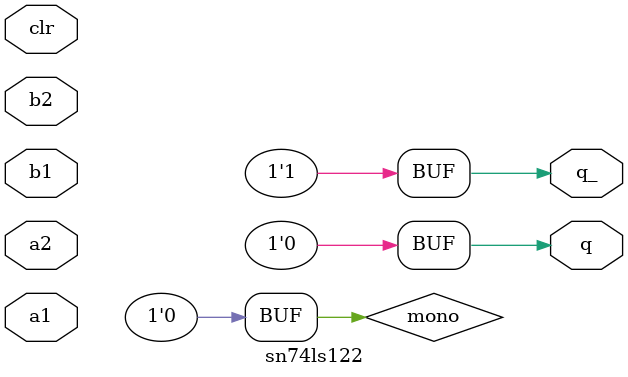
<source format=v>
module sn74ls122(a1, a2, b1, b2, clr, q, q_);
input a1, a2, b1, b2, clr;
output q, q_;
reg mono;

parameter
	rT = 10,    // in kOhm
	cT = 1000,  // in pFarad

	// TI TTL data book Vol 1, 1985
	tW = 0.32 * rT * cT * (1 + 0.7/rT), // tw is in nsec
	tPLHA_min=0, tPLHA_typ=15, tPLHA_max=20,
	tPHLA_min=0, tPHLA_typ=15, tPHLA_max=20,
	tPLHB_min=0, tPLHB_typ=15, tPLHB_max=20,
	tPHLB_min=0, tPHLB_typ=15, tPHLB_max=20;

always @(clr==0)
begin
	mono <= 0;
end

always @(negedge a1)
begin
	if (a1==0) begin
		mono <= 1;
	end	
end

always @(negedge a2)
begin
	if (a2==0) begin
		mono <= 1;
	end	
end

always @(posedge b1)
begin
	if (b1==1) begin
		mono <= 1;
	end	
end

always @(posedge b2)
begin
	if (b2==1) begin
		mono <= 1;
	end	
end

always @(posedge clr)
begin
	if (b1==1 && b2==1 && clr==1) begin
		mono <= 1;
	end	
end

always @(posedge mono)
begin
	if (mono==1) begin
		mono <= #(tW) 0;
	end
end

assign #(tPLHA_min:tPLHA_typ:tPLHA_max, tPHLA_min:tPHLA_typ:tPHLA_max) q = mono;
assign #(tPLHA_min:tPLHA_typ:tPLHA_max, tPHLA_min:tPHLA_typ:tPHLA_max) q_ = ~mono;

endmodule

</source>
